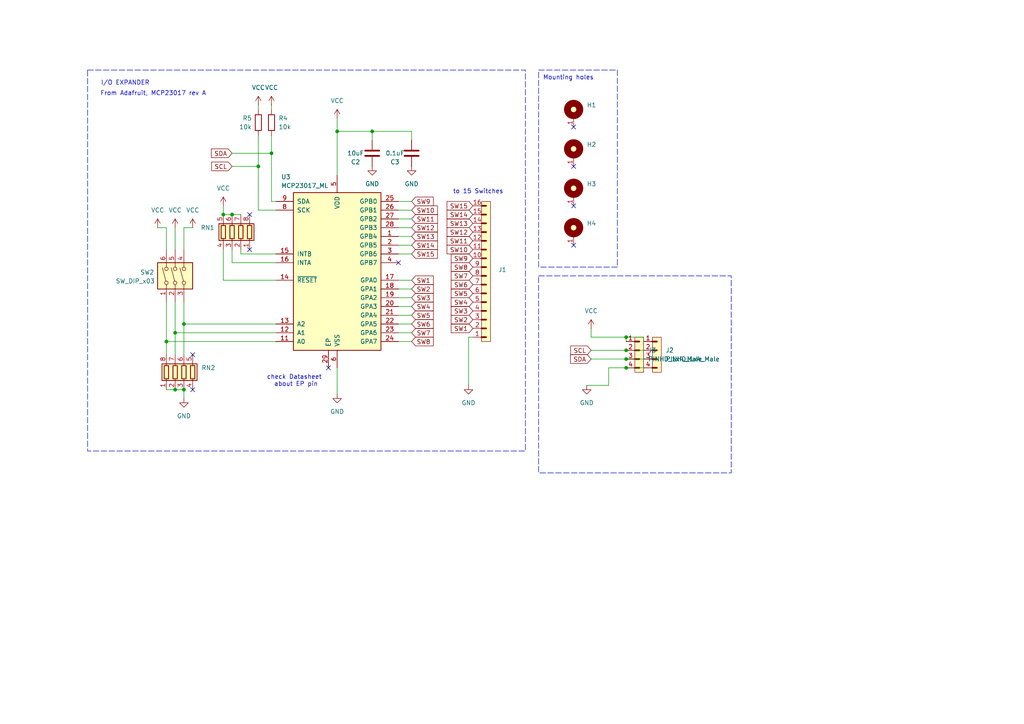
<source format=kicad_sch>
(kicad_sch (version 20231120) (generator "eeschema") (generator_version "8.0")
  (paper "A4")
  (lib_symbols
    (symbol "Device:C" (pin_numbers hide) (pin_names (offset 0.254))
      (property "Reference" "C" (at 0.635 2.54 0))
      (property "Value" "C" (at 0.635 -2.54 0))
      (symbol "C_0_1"
        (polyline (pts (xy -2.032 -0.762) (xy 2.032 -0.762)) (stroke (width 0.508)))
        (polyline (pts (xy -2.032 0.762) (xy 2.032 0.762)) (stroke (width 0.508)))
      )
      (symbol "C_1_1"
        (pin passive line (at 0 3.81 270) (length 2.794) (name "~") (number "1"))
        (pin passive line (at 0 -3.81 90) (length 2.794) (name "~") (number "2"))
      )
    )
    (symbol "Device:R_Pack04" (pin_names (offset 0) hide)
      (property "Reference" "RN" (at -7.62 0 90))
      (property "Value" "R_Pack04" (at 5.08 0 90))
      (symbol "R_Pack04_0_1"
        (rectangle (start -6.35 -2.413) (end 3.81 2.413) (stroke (width 0.254)) (fill (type background)))
        (rectangle (start -5.715 1.905) (end -4.445 -1.905) (stroke (width 0.254)))
        (rectangle (start -3.175 1.905) (end -1.905 -1.905) (stroke (width 0.254)))
        (rectangle (start -0.635 1.905) (end 0.635 -1.905) (stroke (width 0.254)))
        (polyline (pts (xy -5.08 -2.54) (xy -5.08 -1.905)))
        (polyline (pts (xy -5.08 1.905) (xy -5.08 2.54)))
        (polyline (pts (xy -2.54 -2.54) (xy -2.54 -1.905)))
        (polyline (pts (xy -2.54 1.905) (xy -2.54 2.54)))
        (polyline (pts (xy 0 -2.54) (xy 0 -1.905)))
        (polyline (pts (xy 0 1.905) (xy 0 2.54)))
        (polyline (pts (xy 2.54 -2.54) (xy 2.54 -1.905)))
        (polyline (pts (xy 2.54 1.905) (xy 2.54 2.54)))
        (rectangle (start 1.905 1.905) (end 3.175 -1.905) (stroke (width 0.254)))
      )
      (symbol "R_Pack04_1_1"
        (pin passive line (at -5.08 -5.08 90) (length 2.54) (name "R1.1") (number "1"))
        (pin passive line (at -2.54 -5.08 90) (length 2.54) (name "R2.1") (number "2"))
        (pin passive line (at 0 -5.08 90) (length 2.54) (name "R3.1") (number "3"))
        (pin passive line (at 2.54 -5.08 90) (length 2.54) (name "R4.1") (number "4"))
        (pin passive line (at 2.54 5.08 270) (length 2.54) (name "R4.2") (number "5"))
        (pin passive line (at 0 5.08 270) (length 2.54) (name "R3.2") (number "6"))
        (pin passive line (at -2.54 5.08 270) (length 2.54) (name "R2.2") (number "7"))
        (pin passive line (at -5.08 5.08 270) (length 2.54) (name "R1.2") (number "8"))
      )
    )
    (symbol "Interface_Expansion:MCP23017_ML" (pin_names (offset 1.016))
      (property "Reference" "U" (at -11.43 24.13 0))
      (property "Value" "MCP23017_ML" (at 0 0 0))
      (symbol "MCP23017_ML_0_1"
        (rectangle (start -12.7 22.86) (end 12.7 -22.86) (stroke (width 0.254)) (fill (type background)))
      )
      (symbol "MCP23017_ML_1_1"
        (pin bidirectional line (at 17.78 10.16 180) (length 5.08) (name "GPB4") (number "1"))
        (pin no_connect line (at -12.7 12.7 0) (length 5.08) hide (name "NC") (number "10"))
        (pin input line (at -17.78 -20.32 0) (length 5.08) (name "A0") (number "11"))
        (pin input line (at -17.78 -17.78 0) (length 5.08) (name "A1") (number "12"))
        (pin input line (at -17.78 -15.24 0) (length 5.08) (name "A2") (number "13"))
        (pin input line (at -17.78 -2.54 0) (length 5.08) (name "~{RESET}") (number "14"))
        (pin tri_state line (at -17.78 5.08 0) (length 5.08) (name "INTB") (number "15"))
        (pin tri_state line (at -17.78 2.54 0) (length 5.08) (name "INTA") (number "16"))
        (pin bidirectional line (at 17.78 -2.54 180) (length 5.08) (name "GPA0") (number "17"))
        (pin bidirectional line (at 17.78 -5.08 180) (length 5.08) (name "GPA1") (number "18"))
        (pin bidirectional line (at 17.78 -7.62 180) (length 5.08) (name "GPA2") (number "19"))
        (pin bidirectional line (at 17.78 7.62 180) (length 5.08) (name "GPB5") (number "2"))
        (pin bidirectional line (at 17.78 -10.16 180) (length 5.08) (name "GPA3") (number "20"))
        (pin bidirectional line (at 17.78 -12.7 180) (length 5.08) (name "GPA4") (number "21"))
        (pin bidirectional line (at 17.78 -15.24 180) (length 5.08) (name "GPA5") (number "22"))
        (pin bidirectional line (at 17.78 -17.78 180) (length 5.08) (name "GPA6") (number "23"))
        (pin bidirectional line (at 17.78 -20.32 180) (length 5.08) (name "GPA7") (number "24"))
        (pin bidirectional line (at 17.78 20.32 180) (length 5.08) (name "GPB0") (number "25"))
        (pin bidirectional line (at 17.78 17.78 180) (length 5.08) (name "GPB1") (number "26"))
        (pin bidirectional line (at 17.78 15.24 180) (length 5.08) (name "GPB2") (number "27"))
        (pin bidirectional line (at 17.78 12.7 180) (length 5.08) (name "GPB3") (number "28"))
        (pin passive line (at -2.54 -27.94 90) (length 5.08) (name "EP") (number "29"))
        (pin bidirectional line (at 17.78 5.08 180) (length 5.08) (name "GPB6") (number "3"))
        (pin bidirectional line (at 17.78 2.54 180) (length 5.08) (name "GPB7") (number "4"))
        (pin power_in line (at 0 27.94 270) (length 5.08) (name "VDD") (number "5"))
        (pin power_in line (at 0 -27.94 90) (length 5.08) (name "VSS") (number "6"))
        (pin no_connect line (at -12.7 15.24 0) (length 5.08) hide (name "NC") (number "7"))
        (pin input line (at -17.78 17.78 0) (length 5.08) (name "SCK") (number "8"))
        (pin bidirectional line (at -17.78 20.32 0) (length 5.08) (name "SDA") (number "9"))
      )
    )
    (symbol "PCM_SL_Mechanical:MountingHole_M3_3.2mm_Pad"
      (property "Reference" "H" (at 0 7.62 0))
      (property "Value" "MountingHole_M3_3.2mm_Pad" (at 0 5.08 0))
      (symbol "MountingHole_M3_3.2mm_Pad_0_1"
        (circle (center 0 0) (radius 1.27) (fill (type background)))
        (circle (center 0 0) (radius 1.7961) (stroke (width 2)))
      )
      (symbol "MountingHole_M3_3.2mm_Pad_1_1"
        (pin passive line (at 0 -5.08 90) (length 2.54) (name "") (number "1"))
      )
    )
    (symbol "PCM_SL_Pin_Headers:PINHD_1x16_Male"
      (property "Reference" "J" (at 0 24.13 0))
      (property "Value" "PINHD_1x16_Male" (at 0 21.59 0))
      (symbol "PINHD_1x16_Male_0_1"
        (rectangle (start -1.27 20.32) (end 1.27 -20.32) (fill (type background)))
        (polyline (pts (xy -1.27 -19.05) (xy 0 -19.05)) (stroke (width 0.5)))
        (polyline (pts (xy -1.27 -16.51) (xy 0 -16.51)) (stroke (width 0.5)))
        (polyline (pts (xy -1.27 -13.97) (xy 0 -13.97)) (stroke (width 0.5)))
        (polyline (pts (xy -1.27 -11.43) (xy 0 -11.43)) (stroke (width 0.5)))
        (polyline (pts (xy -1.27 -8.89) (xy 0 -8.89)) (stroke (width 0.5)))
        (polyline (pts (xy -1.27 -6.35) (xy 0 -6.35)) (stroke (width 0.5)))
        (polyline (pts (xy -1.27 -3.81) (xy 0 -3.81)) (stroke (width 0.3)))
        (polyline (pts (xy -1.27 -3.81) (xy 0 -3.81)) (stroke (width 0.5)))
        (polyline (pts (xy -1.27 -1.27) (xy 0 -1.27)) (stroke (width 0.3)))
        (polyline (pts (xy -1.27 -1.27) (xy 0 -1.27)) (stroke (width 0.5)))
        (polyline (pts (xy -1.27 1.27) (xy 0 1.27)) (stroke (width 0.3)))
        (polyline (pts (xy -1.27 1.27) (xy 0 1.27)) (stroke (width 0.5)))
        (polyline (pts (xy -1.27 3.81) (xy 0 3.81)) (stroke (width 0.3)))
        (polyline (pts (xy -1.27 3.81) (xy 0 3.81)) (stroke (width 0.5)))
        (polyline (pts (xy -1.27 6.35) (xy 0 6.35)) (stroke (width 0.3)))
        (polyline (pts (xy -1.27 6.35) (xy 0 6.35)) (stroke (width 0.5)))
        (polyline (pts (xy -1.27 8.89) (xy 0 8.89)) (stroke (width 0.3)))
        (polyline (pts (xy -1.27 8.89) (xy 0 8.89)) (stroke (width 0.5)))
        (polyline (pts (xy -1.27 11.43) (xy 0 11.43)) (stroke (width 0.3)))
        (polyline (pts (xy -1.27 11.43) (xy 0 11.43)) (stroke (width 0.5)))
        (polyline (pts (xy -1.27 13.97) (xy 0 13.97)) (stroke (width 0.3)))
        (polyline (pts (xy -1.27 13.97) (xy 0 13.97)) (stroke (width 0.5)))
        (polyline (pts (xy -1.27 16.51) (xy 0 16.51)) (stroke (width 0.3)))
        (polyline (pts (xy -1.27 16.51) (xy 0 16.51)) (stroke (width 0.5)))
        (polyline (pts (xy -1.27 19.05) (xy 0 19.05)) (stroke (width 0.5)))
      )
      (symbol "PINHD_1x16_Male_1_1"
        (pin passive line (at -3.81 19.05 0) (length 2.54) (name "") (number "1"))
        (pin passive line (at -3.81 -3.81 0) (length 2.54) (name "") (number "10"))
        (pin passive line (at -3.81 -6.35 0) (length 2.54) (name "") (number "11"))
        (pin passive line (at -3.81 -8.89 0) (length 2.54) (name "") (number "12"))
        (pin passive line (at -3.81 -11.43 0) (length 2.54) (name "") (number "13"))
        (pin passive line (at -3.81 -13.97 0) (length 2.54) (name "") (number "14"))
        (pin passive line (at -3.81 -16.51 0) (length 2.54) (name "") (number "15"))
        (pin passive line (at -3.81 -19.05 0) (length 2.54) (name "") (number "16"))
        (pin passive line (at -3.81 16.51 0) (length 2.54) (name "") (number "2"))
        (pin passive line (at -3.81 13.97 0) (length 2.54) (name "") (number "3"))
        (pin passive line (at -3.81 11.43 0) (length 2.54) (name "") (number "4"))
        (pin passive line (at -3.81 8.89 0) (length 2.54) (name "") (number "5"))
        (pin passive line (at -3.81 6.35 0) (length 2.54) (name "") (number "6"))
        (pin passive line (at -3.81 3.81 0) (length 2.54) (name "") (number "7"))
        (pin passive line (at -3.81 1.27 0) (length 2.54) (name "") (number "8"))
        (pin passive line (at -3.81 -1.27 0) (length 2.54) (name "") (number "9"))
      )
    )
    (symbol "PCM_SL_Pin_Headers:PINHD_1x4_Male"
      (property "Reference" "J" (at 0 8.89 0))
      (property "Value" "PINHD_1x4_Male" (at 0 6.35 0))
      (symbol "PINHD_1x4_Male_0_1"
        (rectangle (start -1.27 5.08) (end 1.27 -5.08) (fill (type background)))
        (polyline (pts (xy -1.27 -3.81) (xy 0 -3.81)) (stroke (width 0.3)))
        (polyline (pts (xy -1.27 -3.81) (xy 0 -3.81)) (stroke (width 0.5)))
        (polyline (pts (xy -1.27 -1.27) (xy 0 -1.27)) (stroke (width 0.3)))
        (polyline (pts (xy -1.27 -1.27) (xy 0 -1.27)) (stroke (width 0.5)))
        (polyline (pts (xy -1.27 1.27) (xy 0 1.27)) (stroke (width 0.3)))
        (polyline (pts (xy -1.27 1.27) (xy 0 1.27)) (stroke (width 0.5)))
        (polyline (pts (xy -1.27 3.81) (xy 0 3.81)) (stroke (width 0.3)))
        (polyline (pts (xy -1.27 3.81) (xy 0 3.81)) (stroke (width 0.5)))
      )
      (symbol "PINHD_1x4_Male_1_1"
        (pin passive line (at -3.81 3.81 0) (length 2.54) (name "") (number "1"))
        (pin passive line (at -3.81 1.27 0) (length 2.54) (name "") (number "2"))
        (pin passive line (at -3.81 -1.27 0) (length 2.54) (name "") (number "3"))
        (pin passive line (at -3.81 -3.81 0) (length 2.54) (name "") (number "4"))
      )
    )
    (symbol "PCM_SL_Resistors:10k"
      (property "Reference" "R" (at 0 5.08 0))
      (property "Value" "10k" (at 0 2.54 0))
      (symbol "10k_0_1"
        (rectangle (start -2.286 0.889) (end 2.286 -0.889) (stroke (width 0.24)))
      )
      (symbol "10k_1_1"
        (pin passive line (at -3.81 0 0) (length 1.5) (name "") (number "1"))
        (pin passive line (at 3.81 0 180) (length 1.5) (name "~") (number "2"))
      )
    )
    (symbol "Switch:SW_DIP_x03" (pin_names (offset 0) hide)
      (property "Reference" "SW" (at 0 6.35 0))
      (property "Value" "SW_DIP_x03" (at 0 -6.35 0))
      (symbol "SW_DIP_x03_0_0"
        (circle (center -2.032 -2.54) (radius 0.508))
        (circle (center -2.032 0) (radius 0.508))
        (circle (center -2.032 2.54) (radius 0.508))
        (polyline (pts (xy -1.524 -2.413) (xy 2.3622 -1.3716)))
        (polyline (pts (xy -1.524 0.127) (xy 2.3622 1.1684)))
        (polyline (pts (xy -1.524 2.667) (xy 2.3622 3.7084)))
        (circle (center 2.032 -2.54) (radius 0.508))
        (circle (center 2.032 0) (radius 0.508))
        (circle (center 2.032 2.54) (radius 0.508))
      )
      (symbol "SW_DIP_x03_0_1"
        (rectangle (start -3.81 5.08) (end 3.81 -5.08) (stroke (width 0.254)) (fill (type background)))
      )
      (symbol "SW_DIP_x03_1_1"
        (pin passive line (at -7.62 2.54 0) (length 5.08) (name "~") (number "1"))
        (pin passive line (at -7.62 0 0) (length 5.08) (name "~") (number "2"))
        (pin passive line (at -7.62 -2.54 0) (length 5.08) (name "~") (number "3"))
        (pin passive line (at 7.62 -2.54 180) (length 5.08) (name "~") (number "4"))
        (pin passive line (at 7.62 0 180) (length 5.08) (name "~") (number "5"))
        (pin passive line (at 7.62 2.54 180) (length 5.08) (name "~") (number "6"))
      )
    )
    (symbol "power:GND" (power) (pin_numbers hide) (pin_names (offset 0) hide)
      (property "Value" "GND" (at 0 -3.81 0))
      (symbol "GND_0_1"
        (polyline (pts (xy 0 0) (xy 0 -1.27) (xy 1.27 -1.27) (xy 0 -2.54) (xy -1.27 -1.27) (xy 0 -1.27)))
      )
      (symbol "GND_1_1"
        (pin power_in line (at 0 0 270) (length 0) (name "~") (number "1"))
      )
    )
    (symbol "power:VCC" (power) (pin_numbers hide) (pin_names (offset 0) hide)
      (property "Value" "VCC" (at 0 3.556 0))
      (symbol "VCC_0_1"
        (polyline (pts (xy -0.762 1.27) (xy 0 2.54)))
        (polyline (pts (xy 0 0) (xy 0 2.54)))
        (polyline (pts (xy 0 2.54) (xy 0.762 1.27)))
      )
      (symbol "VCC_1_1"
        (pin power_in line (at 0 0 90) (length 0) (name "~") (number "1"))
      )
    )
  )
  (junction (at 181.61 104.14))
  (junction (at 97.79 38.1))
  (junction (at 53.34 93.98))
  (junction (at 74.93 48.26))
  (junction (at 53.34 113.03))
  (junction (at 181.61 97.79))
  (junction (at 48.26 99.06))
  (junction (at 50.8 96.52))
  (junction (at 64.77 62.23))
  (junction (at 50.8 113.03))
  (junction (at 107.95 38.1))
  (junction (at 181.61 106.68))
  (junction (at 78.74 44.45))
  (junction (at 181.61 101.6))
  (junction (at 67.31 62.23))
  (no_connect (at 166.37 36.83))
  (no_connect (at 115.57 76.2))
  (no_connect (at 55.88 102.87))
  (no_connect (at 55.88 113.03))
  (no_connect (at 166.37 48.26))
  (no_connect (at 166.37 71.12))
  (no_connect (at 95.25 106.68))
  (no_connect (at 166.37 59.69))
  (no_connect (at 72.39 62.23))
  (no_connect (at 72.39 72.39))
  (wire (pts (xy 119.38 73.66) (xy 115.57 73.66)))
  (wire (pts (xy 67.31 72.39) (xy 67.31 76.2)))
  (wire (pts (xy 64.77 59.69) (xy 64.77 62.23)))
  (wire (pts (xy 67.31 62.23) (xy 69.85 62.23)))
  (wire (pts (xy 181.61 104.14) (xy 186.69 104.14)))
  (wire (pts (xy 119.38 96.52) (xy 115.57 96.52)))
  (wire (pts (xy 135.89 97.79) (xy 135.89 111.76)))
  (wire (pts (xy 181.61 101.6) (xy 186.69 101.6)))
  (wire (pts (xy 74.93 30.48) (xy 74.93 31.75)))
  (wire (pts (xy 53.34 93.98) (xy 80.01 93.98)))
  (wire (pts (xy 78.74 44.45) (xy 78.74 39.37)))
  (wire (pts (xy 80.01 73.66) (xy 69.85 73.66)))
  (wire (pts (xy 97.79 114.3) (xy 97.79 106.68)))
  (wire (pts (xy 48.26 102.87) (xy 48.26 99.06)))
  (wire (pts (xy 80.01 76.2) (xy 67.31 76.2)))
  (wire (pts (xy 119.38 93.98) (xy 115.57 93.98)))
  (wire (pts (xy 119.38 86.36) (xy 115.57 86.36)))
  (wire (pts (xy 48.26 99.06) (xy 80.01 99.06)))
  (wire (pts (xy 97.79 38.1) (xy 97.79 50.8)))
  (wire (pts (xy 181.61 106.68) (xy 176.53 106.68)))
  (wire (pts (xy 53.34 66.04) (xy 55.88 66.04)))
  (wire (pts (xy 53.34 115.57) (xy 53.34 113.03)))
  (wire (pts (xy 119.38 71.12) (xy 115.57 71.12)))
  (wire (pts (xy 181.61 97.79) (xy 186.69 97.79)))
  (wire (pts (xy 53.34 66.04) (xy 53.34 72.39)))
  (wire (pts (xy 171.45 95.25) (xy 171.45 97.79)))
  (wire (pts (xy 171.45 101.6) (xy 181.61 101.6)))
  (wire (pts (xy 119.38 83.82) (xy 115.57 83.82)))
  (wire (pts (xy 119.38 40.64) (xy 119.38 38.1)))
  (wire (pts (xy 67.31 48.26) (xy 74.93 48.26)))
  (wire (pts (xy 97.79 34.29) (xy 97.79 38.1)))
  (wire (pts (xy 119.38 58.42) (xy 115.57 58.42)))
  (wire (pts (xy 119.38 91.44) (xy 115.57 91.44)))
  (wire (pts (xy 48.26 66.04) (xy 45.72 66.04)))
  (wire (pts (xy 119.38 66.04) (xy 115.57 66.04)))
  (wire (pts (xy 74.93 48.26) (xy 74.93 39.37)))
  (wire (pts (xy 64.77 81.28) (xy 64.77 72.39)))
  (wire (pts (xy 80.01 58.42) (xy 78.74 58.42)))
  (wire (pts (xy 67.31 44.45) (xy 78.74 44.45)))
  (wire (pts (xy 186.69 97.79) (xy 186.69 99.06)))
  (wire (pts (xy 135.89 97.79) (xy 137.16 97.79)))
  (wire (pts (xy 119.38 63.5) (xy 115.57 63.5)))
  (wire (pts (xy 119.38 81.28) (xy 115.57 81.28)))
  (wire (pts (xy 48.26 113.03) (xy 50.8 113.03)))
  (wire (pts (xy 171.45 97.79) (xy 181.61 97.79)))
  (wire (pts (xy 78.74 30.48) (xy 78.74 31.75)))
  (wire (pts (xy 119.38 68.58) (xy 115.57 68.58)))
  (wire (pts (xy 78.74 58.42) (xy 78.74 44.45)))
  (wire (pts (xy 50.8 113.03) (xy 53.34 113.03)))
  (wire (pts (xy 97.79 38.1) (xy 107.95 38.1)))
  (wire (pts (xy 186.69 106.68) (xy 181.61 106.68)))
  (wire (pts (xy 176.53 106.68) (xy 176.53 111.76)))
  (wire (pts (xy 74.93 60.96) (xy 74.93 48.26)))
  (wire (pts (xy 171.45 104.14) (xy 181.61 104.14)))
  (wire (pts (xy 80.01 60.96) (xy 74.93 60.96)))
  (wire (pts (xy 107.95 38.1) (xy 119.38 38.1)))
  (wire (pts (xy 181.61 97.79) (xy 181.61 99.06)))
  (wire (pts (xy 119.38 60.96) (xy 115.57 60.96)))
  (wire (pts (xy 50.8 66.04) (xy 50.8 72.39)))
  (wire (pts (xy 176.53 111.76) (xy 170.18 111.76)))
  (wire (pts (xy 80.01 81.28) (xy 64.77 81.28)))
  (wire (pts (xy 50.8 87.63) (xy 50.8 96.52)))
  (wire (pts (xy 53.34 87.63) (xy 53.34 93.98)))
  (wire (pts (xy 48.26 87.63) (xy 48.26 99.06)))
  (wire (pts (xy 64.77 62.23) (xy 67.31 62.23)))
  (wire (pts (xy 50.8 96.52) (xy 80.01 96.52)))
  (wire (pts (xy 119.38 88.9) (xy 115.57 88.9)))
  (wire (pts (xy 107.95 40.64) (xy 107.95 38.1)))
  (wire (pts (xy 53.34 102.87) (xy 53.34 93.98)))
  (wire (pts (xy 48.26 66.04) (xy 48.26 72.39)))
  (wire (pts (xy 69.85 72.39) (xy 69.85 73.66)))
  (wire (pts (xy 119.38 99.06) (xy 115.57 99.06)))
  (wire (pts (xy 50.8 96.52) (xy 50.8 102.87)))
  (rectangle (start 156.21 80.01) (end 212.09 137.16) (stroke (width 0) (type dash)))
  (rectangle (start 156.21 20.32) (end 179.07 77.47) (stroke (width 0) (type dash)))
  (rectangle (start 25.4 20.32) (end 152.4 130.81) (stroke (width 0) (type dash)))
  (text "check Datasheet \nabout EP pin" (at 85.852 110.49 0) (effects (font (size 1.27 1.27))))
  (text "to 15 Switches" (at 138.684 55.626 0) (effects (font (size 1.27 1.27))))
  (text "I/O EXPANDER" (at 36.322 24.13 0) (effects (font (size 1.27 1.27))))
  (text "From Adafruit, MCP23017 rev A" (at 44.45 27.178 0) (effects (font (size 1.27 1.27))))
  (text "Mounting holes" (at 164.846 22.606 0) (effects (font (size 1.27 1.27))))
  (global_label "SW15" (shape input) (at 119.38 73.66 0) (property "Intersheetrefs" "${INTERSHEET_REFS}" (effects (hide yes))))
  (global_label "SW13" (shape input) (at 119.38 68.58 0) (property "Intersheetrefs" "${INTERSHEET_REFS}" (effects (hide yes))))
  (global_label "SW7" (shape input) (at 119.38 96.52 0) (property "Intersheetrefs" "${INTERSHEET_REFS}" (effects (hide yes))))
  (global_label "SW2" (shape input) (at 137.16 92.71 180) (property "Intersheetrefs" "${INTERSHEET_REFS}" (effects (hide yes))))
  (global_label "SW5" (shape input) (at 119.38 91.44 0) (property "Intersheetrefs" "${INTERSHEET_REFS}" (effects (hide yes))))
  (global_label "SW14" (shape input) (at 137.16 62.23 180) (property "Intersheetrefs" "${INTERSHEET_REFS}" (effects (hide yes))))
  (global_label "SDA" (shape input) (at 67.31 44.45 180) (property "Intersheetrefs" "${INTERSHEET_REFS}" (effects (hide yes))))
  (global_label "SW9" (shape input) (at 137.16 74.93 180) (property "Intersheetrefs" "${INTERSHEET_REFS}" (effects (hide yes))))
  (global_label "SCL" (shape input) (at 171.45 101.6 180) (property "Intersheetrefs" "${INTERSHEET_REFS}" (effects (hide yes))))
  (global_label "SW4" (shape input) (at 119.38 88.9 0) (property "Intersheetrefs" "${INTERSHEET_REFS}" (effects (hide yes))))
  (global_label "SW5" (shape input) (at 137.16 85.09 180) (property "Intersheetrefs" "${INTERSHEET_REFS}" (effects (hide yes))))
  (global_label "SW1" (shape input) (at 119.38 81.28 0) (property "Intersheetrefs" "${INTERSHEET_REFS}" (effects (hide yes))))
  (global_label "SW9" (shape input) (at 119.38 58.42 0) (property "Intersheetrefs" "${INTERSHEET_REFS}" (effects (hide yes))))
  (global_label "SW15" (shape input) (at 137.16 59.69 180) (property "Intersheetrefs" "${INTERSHEET_REFS}" (effects (hide yes))))
  (global_label "SW6" (shape input) (at 137.16 82.55 180) (property "Intersheetrefs" "${INTERSHEET_REFS}" (effects (hide yes))))
  (global_label "SCL" (shape input) (at 67.31 48.26 180) (property "Intersheetrefs" "${INTERSHEET_REFS}" (effects (hide yes))))
  (global_label "SW3" (shape input) (at 137.16 90.17 180) (property "Intersheetrefs" "${INTERSHEET_REFS}" (effects (hide yes))))
  (global_label "SW10" (shape input) (at 137.16 72.39 180) (property "Intersheetrefs" "${INTERSHEET_REFS}" (effects (hide yes))))
  (global_label "SW4" (shape input) (at 137.16 87.63 180) (property "Intersheetrefs" "${INTERSHEET_REFS}" (effects (hide yes))))
  (global_label "SW1" (shape input) (at 137.16 95.25 180) (property "Intersheetrefs" "${INTERSHEET_REFS}" (effects (hide yes))))
  (global_label "SW12" (shape input) (at 119.38 66.04 0) (property "Intersheetrefs" "${INTERSHEET_REFS}" (effects (hide yes))))
  (global_label "SDA" (shape input) (at 171.45 104.14 180) (property "Intersheetrefs" "${INTERSHEET_REFS}" (effects (hide yes))))
  (global_label "SW2" (shape input) (at 119.38 83.82 0) (property "Intersheetrefs" "${INTERSHEET_REFS}" (effects (hide yes))))
  (global_label "SW10" (shape input) (at 119.38 60.96 0) (property "Intersheetrefs" "${INTERSHEET_REFS}" (effects (hide yes))))
  (global_label "SW14" (shape input) (at 119.38 71.12 0) (property "Intersheetrefs" "${INTERSHEET_REFS}" (effects (hide yes))))
  (global_label "SW8" (shape input) (at 119.38 99.06 0) (property "Intersheetrefs" "${INTERSHEET_REFS}" (effects (hide yes))))
  (global_label "SW12" (shape input) (at 137.16 67.31 180) (property "Intersheetrefs" "${INTERSHEET_REFS}" (effects (hide yes))))
  (global_label "SW6" (shape input) (at 119.38 93.98 0) (property "Intersheetrefs" "${INTERSHEET_REFS}" (effects (hide yes))))
  (global_label "SW7" (shape input) (at 137.16 80.01 180) (property "Intersheetrefs" "${INTERSHEET_REFS}" (effects (hide yes))))
  (global_label "SW13" (shape input) (at 137.16 64.77 180) (property "Intersheetrefs" "${INTERSHEET_REFS}" (effects (hide yes))))
  (global_label "SW8" (shape input) (at 137.16 77.47 180) (property "Intersheetrefs" "${INTERSHEET_REFS}" (effects (hide yes))))
  (global_label "SW11" (shape input) (at 137.16 69.85 180) (property "Intersheetrefs" "${INTERSHEET_REFS}" (effects (hide yes))))
  (global_label "SW3" (shape input) (at 119.38 86.36 0) (property "Intersheetrefs" "${INTERSHEET_REFS}" (effects (hide yes))))
  (global_label "SW11" (shape input) (at 119.38 63.5 0) (property "Intersheetrefs" "${INTERSHEET_REFS}" (effects (hide yes))))
  (symbol (lib_id "power:GND") (at 53.34 115.57 0) (unit 1)
    (property "Reference" "#PWR09" (effects (hide yes)))
    (property "Value" "GND" (at 53.34 120.65 0))
    (property "Description" "Power symbol creates a global label with name \"GND\" , ground" (effects (hide yes)))
  )
  (symbol (lib_id "PCM_SL_Resistors:10k") (at 78.74 35.56 90) (unit 1)
    (property "Reference" "R4" (at 80.772 34.29 90) (effects (justify right)))
    (property "Value" "10k" (at 80.772 36.83 90) (effects (justify right)))
    (property "Footprint" "Capacitor_SMD:C_0805_2012Metric_Pad1.18x1.45mm_HandSolder" (effects (hide yes)))
    (property "Description" "10kΩ, 1/4W Resistor" (effects (hide yes)))
  )
  (symbol (lib_id "PCM_SL_Mechanical:MountingHole_M3_3.2mm_Pad") (at 166.37 54.61 0) (unit 1)
    (property "Reference" "H3" (at 170.18 53.3399 0) (effects (justify left)))
    (property "Value" "MountingHole_M3_3.2mm_Pad" (effects (hide yes)))
    (property "Footprint" "PCM_SL_Mechanical:MountingHole_3.2mm_Pad" (effects (hide yes)))
    (property "Description" "3.2mm Diameter Mounting Hole Pad (M3)" (effects (hide yes)))
  )
  (symbol (lib_id "Device:C") (at 107.95 44.45 0) (unit 1)
    (property "Reference" "C2" (at 103.124 46.99 0))
    (property "Value" "10uF" (at 103.124 44.45 0))
    (property "Footprint" "Capacitor_SMD:C_0805_2012Metric_Pad1.18x1.45mm_HandSolder" (effects (hide yes)))
    (property "Description" "Unpolarized capacitor" (effects (hide yes)))
  )
  (symbol (lib_id "power:VCC") (at 50.8 66.04 0) (unit 1)
    (property "Reference" "#PWR07" (effects (hide yes)))
    (property "Value" "VCC" (at 50.8 60.96 0))
    (property "Description" "Power symbol creates a global label with name \"VCC\"" (effects (hide yes)))
  )
  (symbol (lib_id "Device:C") (at 119.38 44.45 0) (unit 1)
    (property "Reference" "C3" (at 114.554 46.99 0))
    (property "Value" "0.1uF" (at 114.554 44.45 0))
    (property "Footprint" "Capacitor_SMD:C_0805_2012Metric_Pad1.18x1.45mm_HandSolder" (effects (hide yes)))
    (property "Description" "Unpolarized capacitor" (effects (hide yes)))
  )
  (symbol (lib_id "PCM_SL_Mechanical:MountingHole_M3_3.2mm_Pad") (at 166.37 43.18 0) (unit 1)
    (property "Reference" "H2" (at 170.18 41.9099 0) (effects (justify left)))
    (property "Value" "MountingHole_M3_3.2mm_Pad" (effects (hide yes)))
    (property "Footprint" "PCM_SL_Mechanical:MountingHole_3.2mm_Pad" (effects (hide yes)))
    (property "Description" "3.2mm Diameter Mounting Hole Pad (M3)" (effects (hide yes)))
  )
  (symbol (lib_id "power:VCC") (at 74.93 30.48 0) (unit 1)
    (property "Reference" "#PWR013" (effects (hide yes)))
    (property "Value" "VCC" (at 74.93 25.4 0))
    (property "Description" "Power symbol creates a global label with name \"VCC\"" (effects (hide yes)))
  )
  (symbol (lib_id "power:VCC") (at 78.74 30.48 0) (unit 1)
    (property "Reference" "#PWR014" (effects (hide yes)))
    (property "Value" "VCC" (at 78.74 25.4 0))
    (property "Description" "Power symbol creates a global label with name \"VCC\"" (effects (hide yes)))
  )
  (symbol (lib_id "power:VCC") (at 45.72 66.04 0) (unit 1)
    (property "Reference" "#PWR06" (effects (hide yes)))
    (property "Value" "VCC" (at 45.72 60.96 0))
    (property "Description" "Power symbol creates a global label with name \"VCC\"" (effects (hide yes)))
  )
  (symbol (lib_id "power:GND") (at 135.89 111.76 0) (unit 1)
    (property "Reference" "#PWR05" (effects (hide yes)))
    (property "Value" "GND" (at 135.89 116.84 0))
    (property "Description" "Power symbol creates a global label with name \"GND\" , ground" (effects (hide yes)))
  )
  (symbol (lib_id "power:GND") (at 119.38 48.26 0) (unit 1)
    (property "Reference" "#PWR015" (effects (hide yes)))
    (property "Value" "GND" (at 119.38 53.34 0))
    (property "Description" "Power symbol creates a global label with name \"GND\" , ground" (effects (hide yes)))
  )
  (symbol (lib_id "power:GND") (at 107.95 48.26 0) (unit 1)
    (property "Reference" "#PWR016" (effects (hide yes)))
    (property "Value" "GND" (at 107.95 53.34 0))
    (property "Description" "Power symbol creates a global label with name \"GND\" , ground" (effects (hide yes)))
  )
  (symbol (lib_id "PCM_SL_Mechanical:MountingHole_M3_3.2mm_Pad") (at 166.37 66.04 0) (unit 1)
    (property "Reference" "H4" (at 170.18 64.7699 0) (effects (justify left)))
    (property "Value" "MountingHole_M3_3.2mm_Pad" (effects (hide yes)))
    (property "Footprint" "PCM_SL_Mechanical:MountingHole_3.2mm_Pad" (effects (hide yes)))
    (property "Description" "3.2mm Diameter Mounting Hole Pad (M3)" (effects (hide yes)))
  )
  (symbol (lib_id "power:VCC") (at 64.77 59.69 0) (unit 1)
    (property "Reference" "#PWR011" (effects (hide yes)))
    (property "Value" "VCC" (at 64.77 54.61 0))
    (property "Description" "Power symbol creates a global label with name \"VCC\"" (effects (hide yes)))
  )
  (symbol (lib_id "power:VCC") (at 55.88 66.04 0) (unit 1)
    (property "Reference" "#PWR08" (effects (hide yes)))
    (property "Value" "VCC" (at 55.88 60.96 0))
    (property "Description" "Power symbol creates a global label with name \"VCC\"" (effects (hide yes)))
  )
  (symbol (lib_id "PCM_SL_Resistors:10k") (at 74.93 35.56 90) (unit 1)
    (property "Reference" "R5" (at 70.358 34.29 90) (effects (justify right)))
    (property "Value" "10k" (at 69.342 36.83 90) (effects (justify right)))
    (property "Footprint" "Capacitor_SMD:C_0805_2012Metric_Pad1.18x1.45mm_HandSolder" (effects (hide yes)))
    (property "Description" "10kΩ, 1/4W Resistor" (effects (hide yes)))
  )
  (symbol (lib_id "PCM_SL_Pin_Headers:PINHD_1x16_Male") (at 140.97 78.74 0) (mirror x) (unit 1)
    (property "Reference" "J1" (at 144.526 78.232 0) (effects (justify left)))
    (property "Value" "PINHD_1x16_Male" (effects (hide yes)))
    (property "Footprint" "Connector_FFC-FPC:TE_1-84952-6_1x16-1MP_P1.0mm_Horizontal" (effects (hide yes)))
    (property "Description" "Pin Header male with pin space 2.54mm. Pin Count -16" (effects (hide yes)))
  )
  (symbol (lib_id "power:VCC") (at 171.45 95.25 0) (unit 1)
    (property "Reference" "#PWR02" (effects (hide yes)))
    (property "Value" "VCC" (at 171.45 90.17 0))
    (property "Description" "Power symbol creates a global label with name \"VCC\"" (effects (hide yes)))
  )
  (symbol (lib_id "power:GND") (at 97.79 114.3 0) (unit 1)
    (property "Reference" "#PWR010" (effects (hide yes)))
    (property "Value" "GND" (at 97.79 119.38 0))
    (property "Description" "Power symbol creates a global label with name \"GND\" , ground" (effects (hide yes)))
  )
  (symbol (lib_id "power:VCC") (at 97.79 34.29 0) (unit 1)
    (property "Reference" "#PWR012" (effects (hide yes)))
    (property "Value" "VCC" (at 97.79 29.21 0))
    (property "Description" "Power symbol creates a global label with name \"VCC\"" (effects (hide yes)))
  )
  (symbol (lib_id "Device:R_Pack04") (at 67.31 67.31 0) (mirror y) (unit 1)
    (property "Reference" "RN1" (at 62.23 66.0399 0) (effects (justify left)))
    (property "Value" "R_Pack04" (effects (hide yes)))
    (property "Footprint" "Resistor_SMD:R_Array_Concave_4x0603" (effects (hide yes)))
    (property "Description" "4 resistor network, parallel topology" (effects (hide yes)))
  )
  (symbol (lib_id "Interface_Expansion:MCP23017_ML") (at 97.79 78.74 0) (unit 1)
    (property "Reference" "U3" (at 81.534 51.308 0) (effects (justify left)))
    (property "Value" "MCP23017_ML" (at 81.534 53.848 0) (effects (justify left)))
    (property "Footprint" "Package_SO:SSOP-28_3.9x9.9mm_P0.635mm" (effects (hide yes)))
    (property "Datasheet" "http://ww1.microchip.com/downloads/en/DeviceDoc/20001952C.pdf" (effects (hide yes)))
    (property "Description" "16-bit I/O expander, I2C, interrupts, w pull-ups, QFN-28" (effects (hide yes)))
  )
  (symbol (lib_id "PCM_SL_Mechanical:MountingHole_M3_3.2mm_Pad") (at 166.37 31.75 0) (unit 1)
    (property "Reference" "H1" (at 170.18 30.4799 0) (effects (justify left)))
    (property "Value" "MountingHole_M3_3.2mm_Pad" (effects (hide yes)))
    (property "Footprint" "PCM_SL_Mechanical:MountingHole_3.2mm_Pad" (effects (hide yes)))
    (property "Description" "3.2mm Diameter Mounting Hole Pad (M3)" (effects (hide yes)))
  )
  (symbol (lib_id "Device:R_Pack04") (at 53.34 107.95 0) (unit 1)
    (property "Reference" "RN2" (at 58.42 106.6799 0) (effects (justify left)))
    (property "Value" "R_Pack04" (effects (hide yes)))
    (property "Footprint" "Resistor_SMD:R_Array_Concave_4x0603" (effects (hide yes)))
    (property "Description" "4 resistor network, parallel topology" (effects (hide yes)))
  )
  (symbol (lib_id "power:GND") (at 170.18 111.76 0) (unit 1)
    (property "Reference" "#PWR01" (effects (hide yes)))
    (property "Value" "GND" (at 170.18 116.84 0))
    (property "Description" "Power symbol creates a global label with name \"GND\" , ground" (effects (hide yes)))
  )
  (symbol (lib_id "Switch:SW_DIP_x03") (at 50.8 80.01 90) (unit 1)
    (property "Reference" "SW2" (at 40.64 78.994 90) (effects (justify right)))
    (property "Value" "SW_DIP_x03" (at 33.528 81.534 90) (effects (justify right)))
    (property "Footprint" "Button Switch SMD:SW_DIP_SPSTx03_Slide_6.7x9.18mm_W8.61mm_P2.54mm_LowProfile" (effects (hide yes)))
    (property "Description" "3x DIP Switch, Single Pole Single Throw (SPST) switch, small symbol" (effects (hide yes)))
  )
  (symbol (lib_id "PCM_SL_Pin_Headers:PINHD_1x4_Male") (at 190.5 102.87 0) (unit 1)
    (property "Reference" "J2" (at 193.04 101.5999 0) (effects (justify left)))
    (property "Value" "PINHD_1x4_Male" (at 193.04 104.1399 0) (effects (justify left)))
    (property "Footprint" "Connector_Molex:Molex_PicoBlade_53261-0471_1x04-1MP_P1.25mm_Horizontal" (effects (hide yes)))
    (property "Description" "Pin Header male with pin space 2.54mm. Pin Count -4" (effects (hide yes)))
  )
  (symbol (lib_id "PCM_SL_Pin_Headers:PINHD_1x4_Male") (at 185.42 102.87 0) (unit 1)
    (property "Reference" "J3" (at 187.96 101.5999 0) (effects (justify left)))
    (property "Value" "PINHD_1x4_Male" (at 187.96 104.1399 0) (effects (justify left)))
    (property "Footprint" "Connector_PinHeader_2.54mm:PinHeader_1x04_P2.54mm_Vertical" (effects (hide yes)))
    (property "Description" "Pin Header male with pin space 2.54mm. Pin Count -4" (effects (hide yes)))
  )
)
</source>
